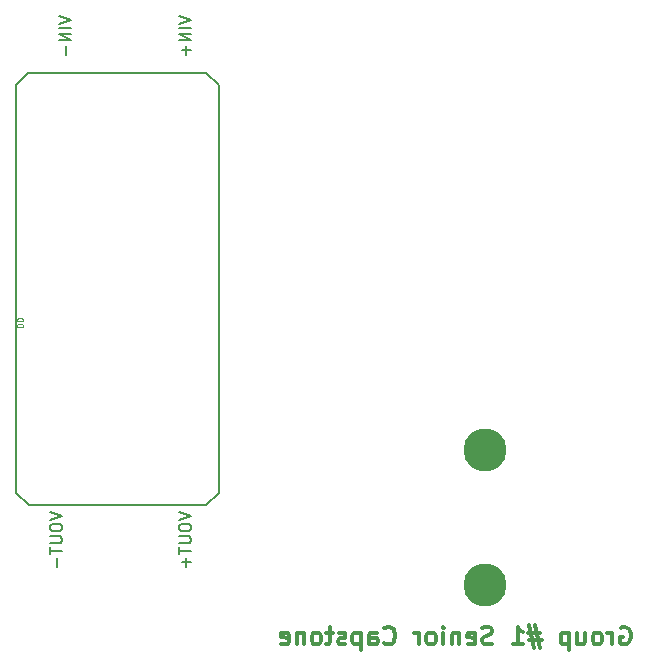
<source format=gbr>
%TF.GenerationSoftware,KiCad,Pcbnew,(6.0.8)*%
%TF.CreationDate,2023-04-21T18:27:59-07:00*%
%TF.ProjectId,Capstone_PCB,43617073-746f-46e6-955f-5043422e6b69,rev?*%
%TF.SameCoordinates,Original*%
%TF.FileFunction,Legend,Bot*%
%TF.FilePolarity,Positive*%
%FSLAX46Y46*%
G04 Gerber Fmt 4.6, Leading zero omitted, Abs format (unit mm)*
G04 Created by KiCad (PCBNEW (6.0.8)) date 2023-04-21 18:27:59*
%MOMM*%
%LPD*%
G01*
G04 APERTURE LIST*
%ADD10C,0.150000*%
%ADD11C,0.300000*%
%ADD12C,0.075000*%
%ADD13C,3.650000*%
G04 APERTURE END LIST*
D10*
X136350000Y-69100000D02*
X137411000Y-70161000D01*
X136350000Y-105722000D02*
X121350000Y-105722000D01*
X121350000Y-69091500D02*
X120289000Y-70152500D01*
X137411000Y-70161000D02*
X137411000Y-104661000D01*
X120289000Y-70161000D02*
X120289000Y-104661000D01*
X137411000Y-104661000D02*
X136350000Y-105722000D01*
X121350000Y-105722000D02*
X120289000Y-104661000D01*
X136350000Y-69100000D02*
X121350000Y-69100000D01*
D11*
X171444285Y-116090000D02*
X171587142Y-116018571D01*
X171801428Y-116018571D01*
X172015714Y-116090000D01*
X172158571Y-116232857D01*
X172230000Y-116375714D01*
X172301428Y-116661428D01*
X172301428Y-116875714D01*
X172230000Y-117161428D01*
X172158571Y-117304285D01*
X172015714Y-117447142D01*
X171801428Y-117518571D01*
X171658571Y-117518571D01*
X171444285Y-117447142D01*
X171372857Y-117375714D01*
X171372857Y-116875714D01*
X171658571Y-116875714D01*
X170730000Y-117518571D02*
X170730000Y-116518571D01*
X170730000Y-116804285D02*
X170658571Y-116661428D01*
X170587142Y-116590000D01*
X170444285Y-116518571D01*
X170301428Y-116518571D01*
X169587142Y-117518571D02*
X169730000Y-117447142D01*
X169801428Y-117375714D01*
X169872857Y-117232857D01*
X169872857Y-116804285D01*
X169801428Y-116661428D01*
X169730000Y-116590000D01*
X169587142Y-116518571D01*
X169372857Y-116518571D01*
X169230000Y-116590000D01*
X169158571Y-116661428D01*
X169087142Y-116804285D01*
X169087142Y-117232857D01*
X169158571Y-117375714D01*
X169230000Y-117447142D01*
X169372857Y-117518571D01*
X169587142Y-117518571D01*
X167801428Y-116518571D02*
X167801428Y-117518571D01*
X168444285Y-116518571D02*
X168444285Y-117304285D01*
X168372857Y-117447142D01*
X168230000Y-117518571D01*
X168015714Y-117518571D01*
X167872857Y-117447142D01*
X167801428Y-117375714D01*
X167087142Y-116518571D02*
X167087142Y-118018571D01*
X167087142Y-116590000D02*
X166944285Y-116518571D01*
X166658571Y-116518571D01*
X166515714Y-116590000D01*
X166444285Y-116661428D01*
X166372857Y-116804285D01*
X166372857Y-117232857D01*
X166444285Y-117375714D01*
X166515714Y-117447142D01*
X166658571Y-117518571D01*
X166944285Y-117518571D01*
X167087142Y-117447142D01*
X164658571Y-116518571D02*
X163587142Y-116518571D01*
X164230000Y-115875714D02*
X164658571Y-117804285D01*
X163730000Y-117161428D02*
X164801428Y-117161428D01*
X164158571Y-117804285D02*
X163730000Y-115875714D01*
X162301428Y-117518571D02*
X163158571Y-117518571D01*
X162730000Y-117518571D02*
X162730000Y-116018571D01*
X162872857Y-116232857D01*
X163015714Y-116375714D01*
X163158571Y-116447142D01*
X160587142Y-117447142D02*
X160372857Y-117518571D01*
X160015714Y-117518571D01*
X159872857Y-117447142D01*
X159801428Y-117375714D01*
X159730000Y-117232857D01*
X159730000Y-117090000D01*
X159801428Y-116947142D01*
X159872857Y-116875714D01*
X160015714Y-116804285D01*
X160301428Y-116732857D01*
X160444285Y-116661428D01*
X160515714Y-116590000D01*
X160587142Y-116447142D01*
X160587142Y-116304285D01*
X160515714Y-116161428D01*
X160444285Y-116090000D01*
X160301428Y-116018571D01*
X159944285Y-116018571D01*
X159730000Y-116090000D01*
X158515714Y-117447142D02*
X158658571Y-117518571D01*
X158944285Y-117518571D01*
X159087142Y-117447142D01*
X159158571Y-117304285D01*
X159158571Y-116732857D01*
X159087142Y-116590000D01*
X158944285Y-116518571D01*
X158658571Y-116518571D01*
X158515714Y-116590000D01*
X158444285Y-116732857D01*
X158444285Y-116875714D01*
X159158571Y-117018571D01*
X157801428Y-116518571D02*
X157801428Y-117518571D01*
X157801428Y-116661428D02*
X157730000Y-116590000D01*
X157587142Y-116518571D01*
X157372857Y-116518571D01*
X157230000Y-116590000D01*
X157158571Y-116732857D01*
X157158571Y-117518571D01*
X156444285Y-117518571D02*
X156444285Y-116518571D01*
X156444285Y-116018571D02*
X156515714Y-116090000D01*
X156444285Y-116161428D01*
X156372857Y-116090000D01*
X156444285Y-116018571D01*
X156444285Y-116161428D01*
X155515714Y-117518571D02*
X155658571Y-117447142D01*
X155730000Y-117375714D01*
X155801428Y-117232857D01*
X155801428Y-116804285D01*
X155730000Y-116661428D01*
X155658571Y-116590000D01*
X155515714Y-116518571D01*
X155301428Y-116518571D01*
X155158571Y-116590000D01*
X155087142Y-116661428D01*
X155015714Y-116804285D01*
X155015714Y-117232857D01*
X155087142Y-117375714D01*
X155158571Y-117447142D01*
X155301428Y-117518571D01*
X155515714Y-117518571D01*
X154372857Y-117518571D02*
X154372857Y-116518571D01*
X154372857Y-116804285D02*
X154301428Y-116661428D01*
X154230000Y-116590000D01*
X154087142Y-116518571D01*
X153944285Y-116518571D01*
X151444285Y-117375714D02*
X151515714Y-117447142D01*
X151730000Y-117518571D01*
X151872857Y-117518571D01*
X152087142Y-117447142D01*
X152230000Y-117304285D01*
X152301428Y-117161428D01*
X152372857Y-116875714D01*
X152372857Y-116661428D01*
X152301428Y-116375714D01*
X152230000Y-116232857D01*
X152087142Y-116090000D01*
X151872857Y-116018571D01*
X151730000Y-116018571D01*
X151515714Y-116090000D01*
X151444285Y-116161428D01*
X150158571Y-117518571D02*
X150158571Y-116732857D01*
X150230000Y-116590000D01*
X150372857Y-116518571D01*
X150658571Y-116518571D01*
X150801428Y-116590000D01*
X150158571Y-117447142D02*
X150301428Y-117518571D01*
X150658571Y-117518571D01*
X150801428Y-117447142D01*
X150872857Y-117304285D01*
X150872857Y-117161428D01*
X150801428Y-117018571D01*
X150658571Y-116947142D01*
X150301428Y-116947142D01*
X150158571Y-116875714D01*
X149444285Y-116518571D02*
X149444285Y-118018571D01*
X149444285Y-116590000D02*
X149301428Y-116518571D01*
X149015714Y-116518571D01*
X148872857Y-116590000D01*
X148801428Y-116661428D01*
X148730000Y-116804285D01*
X148730000Y-117232857D01*
X148801428Y-117375714D01*
X148872857Y-117447142D01*
X149015714Y-117518571D01*
X149301428Y-117518571D01*
X149444285Y-117447142D01*
X148158571Y-117447142D02*
X148015714Y-117518571D01*
X147730000Y-117518571D01*
X147587142Y-117447142D01*
X147515714Y-117304285D01*
X147515714Y-117232857D01*
X147587142Y-117090000D01*
X147730000Y-117018571D01*
X147944285Y-117018571D01*
X148087142Y-116947142D01*
X148158571Y-116804285D01*
X148158571Y-116732857D01*
X148087142Y-116590000D01*
X147944285Y-116518571D01*
X147730000Y-116518571D01*
X147587142Y-116590000D01*
X147087142Y-116518571D02*
X146515714Y-116518571D01*
X146872857Y-116018571D02*
X146872857Y-117304285D01*
X146801428Y-117447142D01*
X146658571Y-117518571D01*
X146515714Y-117518571D01*
X145801428Y-117518571D02*
X145944285Y-117447142D01*
X146015714Y-117375714D01*
X146087142Y-117232857D01*
X146087142Y-116804285D01*
X146015714Y-116661428D01*
X145944285Y-116590000D01*
X145801428Y-116518571D01*
X145587142Y-116518571D01*
X145444285Y-116590000D01*
X145372857Y-116661428D01*
X145301428Y-116804285D01*
X145301428Y-117232857D01*
X145372857Y-117375714D01*
X145444285Y-117447142D01*
X145587142Y-117518571D01*
X145801428Y-117518571D01*
X144658571Y-116518571D02*
X144658571Y-117518571D01*
X144658571Y-116661428D02*
X144587142Y-116590000D01*
X144444285Y-116518571D01*
X144230000Y-116518571D01*
X144087142Y-116590000D01*
X144015714Y-116732857D01*
X144015714Y-117518571D01*
X142730000Y-117447142D02*
X142872857Y-117518571D01*
X143158571Y-117518571D01*
X143301428Y-117447142D01*
X143372857Y-117304285D01*
X143372857Y-116732857D01*
X143301428Y-116590000D01*
X143158571Y-116518571D01*
X142872857Y-116518571D01*
X142730000Y-116590000D01*
X142658571Y-116732857D01*
X142658571Y-116875714D01*
X143372857Y-117018571D01*
D10*
X134072380Y-64325714D02*
X135072380Y-64659047D01*
X134072380Y-64992380D01*
X135072380Y-65325714D02*
X134072380Y-65325714D01*
X135072380Y-65801904D02*
X134072380Y-65801904D01*
X135072380Y-66373333D01*
X134072380Y-66373333D01*
X134691428Y-66849523D02*
X134691428Y-67611428D01*
X135072380Y-67230476D02*
X134310476Y-67230476D01*
X134072380Y-106331047D02*
X135072380Y-106664380D01*
X134072380Y-106997714D01*
X134072380Y-107521523D02*
X134072380Y-107712000D01*
X134120000Y-107807238D01*
X134215238Y-107902476D01*
X134405714Y-107950095D01*
X134739047Y-107950095D01*
X134929523Y-107902476D01*
X135024761Y-107807238D01*
X135072380Y-107712000D01*
X135072380Y-107521523D01*
X135024761Y-107426285D01*
X134929523Y-107331047D01*
X134739047Y-107283428D01*
X134405714Y-107283428D01*
X134215238Y-107331047D01*
X134120000Y-107426285D01*
X134072380Y-107521523D01*
X134072380Y-108378666D02*
X134881904Y-108378666D01*
X134977142Y-108426285D01*
X135024761Y-108473904D01*
X135072380Y-108569142D01*
X135072380Y-108759619D01*
X135024761Y-108854857D01*
X134977142Y-108902476D01*
X134881904Y-108950095D01*
X134072380Y-108950095D01*
X134072380Y-109283428D02*
X134072380Y-109854857D01*
X135072380Y-109569142D02*
X134072380Y-109569142D01*
X134691428Y-110188190D02*
X134691428Y-110950095D01*
X135072380Y-110569142D02*
X134310476Y-110569142D01*
X123150380Y-106331047D02*
X124150380Y-106664380D01*
X123150380Y-106997714D01*
X123150380Y-107521523D02*
X123150380Y-107712000D01*
X123198000Y-107807238D01*
X123293238Y-107902476D01*
X123483714Y-107950095D01*
X123817047Y-107950095D01*
X124007523Y-107902476D01*
X124102761Y-107807238D01*
X124150380Y-107712000D01*
X124150380Y-107521523D01*
X124102761Y-107426285D01*
X124007523Y-107331047D01*
X123817047Y-107283428D01*
X123483714Y-107283428D01*
X123293238Y-107331047D01*
X123198000Y-107426285D01*
X123150380Y-107521523D01*
X123150380Y-108378666D02*
X123959904Y-108378666D01*
X124055142Y-108426285D01*
X124102761Y-108473904D01*
X124150380Y-108569142D01*
X124150380Y-108759619D01*
X124102761Y-108854857D01*
X124055142Y-108902476D01*
X123959904Y-108950095D01*
X123150380Y-108950095D01*
X123150380Y-109283428D02*
X123150380Y-109854857D01*
X124150380Y-109569142D02*
X123150380Y-109569142D01*
X123769428Y-110188190D02*
X123769428Y-110950095D01*
X123912380Y-64325714D02*
X124912380Y-64659047D01*
X123912380Y-64992380D01*
X124912380Y-65325714D02*
X123912380Y-65325714D01*
X124912380Y-65801904D02*
X123912380Y-65801904D01*
X124912380Y-66373333D01*
X123912380Y-66373333D01*
X124531428Y-66849523D02*
X124531428Y-67611428D01*
D12*
%TO.C,XA1*%
X120344809Y-90654847D02*
X120844809Y-90654847D01*
X120844809Y-90535800D01*
X120821000Y-90464371D01*
X120773380Y-90416752D01*
X120725761Y-90392942D01*
X120630523Y-90369133D01*
X120559095Y-90369133D01*
X120463857Y-90392942D01*
X120416238Y-90416752D01*
X120368619Y-90464371D01*
X120344809Y-90535800D01*
X120344809Y-90654847D01*
X120844809Y-90059609D02*
X120844809Y-90011990D01*
X120821000Y-89964371D01*
X120797190Y-89940561D01*
X120749571Y-89916752D01*
X120654333Y-89892942D01*
X120535285Y-89892942D01*
X120440047Y-89916752D01*
X120392428Y-89940561D01*
X120368619Y-89964371D01*
X120344809Y-90011990D01*
X120344809Y-90059609D01*
X120368619Y-90107228D01*
X120392428Y-90131038D01*
X120440047Y-90154847D01*
X120535285Y-90178657D01*
X120654333Y-90178657D01*
X120749571Y-90154847D01*
X120797190Y-90131038D01*
X120821000Y-90107228D01*
X120844809Y-90059609D01*
%TD*%
D13*
%TO.C,J1*%
X160012000Y-112522000D03*
X160012000Y-101092000D03*
%TD*%
M02*

</source>
